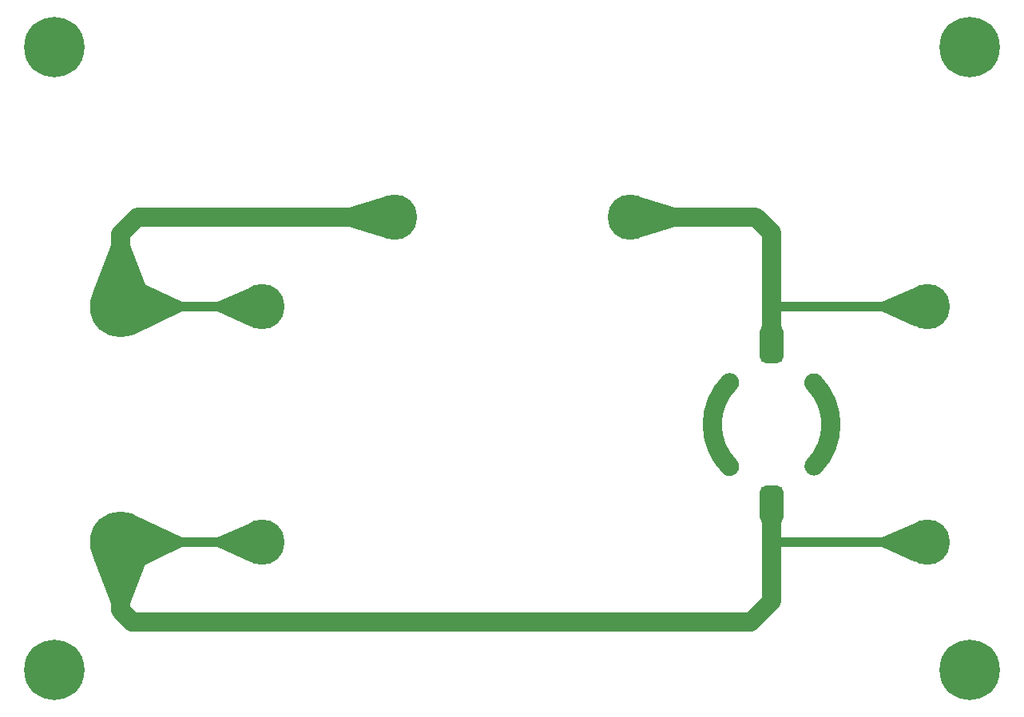
<source format=gbr>
%TF.GenerationSoftware,KiCad,Pcbnew,8.0.2*%
%TF.CreationDate,2024-06-17T23:35:22+07:00*%
%TF.ProjectId,Lamp_Circuit,4c616d70-5f43-4697-9263-7569742e6b69,rev?*%
%TF.SameCoordinates,Original*%
%TF.FileFunction,Copper,L2,Bot*%
%TF.FilePolarity,Positive*%
%FSLAX46Y46*%
G04 Gerber Fmt 4.6, Leading zero omitted, Abs format (unit mm)*
G04 Created by KiCad (PCBNEW 8.0.2) date 2024-06-17 23:35:22*
%MOMM*%
%LPD*%
G01*
G04 APERTURE LIST*
G04 Aperture macros list*
%AMRoundRect*
0 Rectangle with rounded corners*
0 $1 Rounding radius*
0 $2 $3 $4 $5 $6 $7 $8 $9 X,Y pos of 4 corners*
0 Add a 4 corners polygon primitive as box body*
4,1,4,$2,$3,$4,$5,$6,$7,$8,$9,$2,$3,0*
0 Add four circle primitives for the rounded corners*
1,1,$1+$1,$2,$3*
1,1,$1+$1,$4,$5*
1,1,$1+$1,$6,$7*
1,1,$1+$1,$8,$9*
0 Add four rect primitives between the rounded corners*
20,1,$1+$1,$2,$3,$4,$5,0*
20,1,$1+$1,$4,$5,$6,$7,0*
20,1,$1+$1,$6,$7,$8,$9,0*
20,1,$1+$1,$8,$9,$2,$3,0*%
G04 Aperture macros list end*
%TA.AperFunction,EtchedComponent*%
%ADD10C,2.000000*%
%TD*%
%TA.AperFunction,ComponentPad*%
%ADD11C,6.400000*%
%TD*%
%TA.AperFunction,SMDPad,CuDef*%
%ADD12RoundRect,0.625000X0.625000X1.375000X-0.625000X1.375000X-0.625000X-1.375000X0.625000X-1.375000X0*%
%TD*%
%TA.AperFunction,ComponentPad*%
%ADD13C,4.800000*%
%TD*%
%TA.AperFunction,ComponentPad*%
%ADD14C,6.500000*%
%TD*%
%TA.AperFunction,Conductor*%
%ADD15C,2.000000*%
%TD*%
%TA.AperFunction,Conductor*%
%ADD16C,1.000000*%
%TD*%
G04 APERTURE END LIST*
D10*
%TO.C,LA1*%
X175550001Y-98449999D02*
G75*
G02*
X175550001Y-89550001I4449995J4449999D01*
G01*
X184475637Y-89575221D02*
G75*
G02*
X184500000Y-98400000I-4475639J-4424779D01*
G01*
%TD*%
D11*
%TO.P,H2,1*%
%TO.N,N/C*%
X201000000Y-54000000D03*
%TD*%
%TO.P,H3,1*%
%TO.N,N/C*%
X104000000Y-120000000D03*
%TD*%
%TO.P,H1,1*%
%TO.N,N/C*%
X201000000Y-120000000D03*
%TD*%
D12*
%TO.P,LA1,1,-*%
%TO.N,Net-(LA1--)*%
X180000000Y-102500000D03*
%TO.P,LA1,2,+*%
%TO.N,Net-(A1--)*%
X180000000Y-85500000D03*
%TD*%
D13*
%TO.P,MES1,1,-*%
%TO.N,Net-(LA1--)*%
X126000000Y-106500000D03*
%TO.P,MES1,2,+*%
%TO.N,Net-(A1-+)*%
X126000000Y-81500000D03*
%TD*%
%TO.P,MES2,1,-*%
%TO.N,Net-(LA1--)*%
X196475000Y-106500000D03*
%TO.P,MES2,2,+*%
%TO.N,Net-(A1--)*%
X196475000Y-81500000D03*
%TD*%
%TO.P,A1,1,-*%
%TO.N,Net-(A1--)*%
X165000000Y-72000000D03*
%TO.P,A1,2,+*%
%TO.N,Net-(A1-+)*%
X140000000Y-72000000D03*
%TD*%
D14*
%TO.P,V1,1*%
%TO.N,Net-(A1-+)*%
X111000000Y-81500000D03*
%TO.P,V1,2*%
%TO.N,Net-(LA1--)*%
X111000000Y-106500000D03*
%TD*%
D11*
%TO.P,H4,1*%
%TO.N,N/C*%
X104000000Y-54000000D03*
%TD*%
D15*
%TO.N,Net-(A1-+)*%
X111000000Y-81500000D02*
X111000000Y-73750000D01*
X111000000Y-73750000D02*
X112750000Y-72000000D01*
X112750000Y-72000000D02*
X140000000Y-72000000D01*
D16*
X126000000Y-81500000D02*
X111000000Y-81500000D01*
D15*
%TO.N,Net-(A1--)*%
X165000000Y-72000000D02*
X178350000Y-72000000D01*
X180000000Y-81575000D02*
X180000000Y-85500000D01*
X180000000Y-73650000D02*
X180000000Y-81575000D01*
D16*
X180075000Y-81500000D02*
X180000000Y-81575000D01*
D15*
X178350000Y-72000000D02*
X180000000Y-73650000D01*
D16*
X196475000Y-81500000D02*
X180075000Y-81500000D01*
D15*
%TO.N,Net-(LA1--)*%
X180000000Y-112775000D02*
X177800000Y-114975000D01*
X177800000Y-114975000D02*
X112225000Y-114975000D01*
X112225000Y-114925000D02*
X111000000Y-113700000D01*
D16*
X196475000Y-106500000D02*
X180050000Y-106500000D01*
X180050000Y-106500000D02*
X180000000Y-106550000D01*
D15*
X180000000Y-102500000D02*
X180000000Y-106550000D01*
D16*
X126000000Y-106500000D02*
X111000000Y-106500000D01*
D15*
X180000000Y-106550000D02*
X180000000Y-112775000D01*
X111000000Y-113700000D02*
X111000000Y-106500000D01*
%TD*%
%TA.AperFunction,Conductor*%
%TO.N,Net-(A1-+)*%
G36*
X112420638Y-78576867D02*
G01*
X117493339Y-80996822D01*
X117499329Y-81003476D01*
X117500000Y-81007381D01*
X117500000Y-81992618D01*
X117496573Y-82000891D01*
X117493338Y-82003178D01*
X112420640Y-84423131D01*
X112411697Y-84423600D01*
X112405062Y-84417650D01*
X111001446Y-81505077D01*
X111000942Y-81496139D01*
X111001442Y-81494930D01*
X112405063Y-78582347D01*
X112411741Y-78576383D01*
X112420638Y-78576867D01*
G37*
%TD.AperFunction*%
%TD*%
%TA.AperFunction,Conductor*%
%TO.N,Net-(A1-+)*%
G36*
X112000194Y-75003427D02*
G01*
X112002862Y-75007555D01*
X113924349Y-80079848D01*
X113924075Y-80088799D01*
X113918487Y-80094533D01*
X111005079Y-81498552D01*
X110996139Y-81499057D01*
X110994921Y-81498552D01*
X108081512Y-80094533D01*
X108075546Y-80087854D01*
X108075649Y-80079849D01*
X109997138Y-75007554D01*
X110003273Y-75001033D01*
X110008079Y-75000000D01*
X111991921Y-75000000D01*
X112000194Y-75003427D01*
G37*
%TD.AperFunction*%
%TD*%
%TA.AperFunction,Conductor*%
%TO.N,Net-(A1--)*%
G36*
X165632790Y-69685445D02*
G01*
X169791821Y-70997419D01*
X169798679Y-71003176D01*
X169800000Y-71008577D01*
X169800000Y-72991422D01*
X169796573Y-72999695D01*
X169791820Y-73002580D01*
X165632818Y-74314546D01*
X165623897Y-74313767D01*
X165618140Y-74306908D01*
X165618008Y-74306457D01*
X164999813Y-72003029D01*
X164999813Y-71996970D01*
X165617999Y-69693575D01*
X165623452Y-69686476D01*
X165632331Y-69685311D01*
X165632790Y-69685445D01*
G37*
%TD.AperFunction*%
%TD*%
%TA.AperFunction,Conductor*%
%TO.N,Net-(LA1--)*%
G36*
X124805238Y-104430604D02*
G01*
X125997617Y-106494146D01*
X125998789Y-106503024D01*
X125997617Y-106505854D01*
X124805238Y-108569395D01*
X124798132Y-108574843D01*
X124790410Y-108574256D01*
X121207002Y-107003070D01*
X121200801Y-106996610D01*
X121200000Y-106992355D01*
X121200000Y-106007644D01*
X121203427Y-105999371D01*
X121206998Y-105996931D01*
X124790412Y-104425742D01*
X124799363Y-104425559D01*
X124805238Y-104430604D01*
G37*
%TD.AperFunction*%
%TD*%
%TA.AperFunction,Conductor*%
%TO.N,Net-(A1-+)*%
G36*
X124805238Y-79430604D02*
G01*
X125997617Y-81494146D01*
X125998789Y-81503024D01*
X125997617Y-81505854D01*
X124805238Y-83569395D01*
X124798132Y-83574843D01*
X124790410Y-83574256D01*
X121207002Y-82003070D01*
X121200801Y-81996610D01*
X121200000Y-81992355D01*
X121200000Y-81007644D01*
X121203427Y-80999371D01*
X121206998Y-80996931D01*
X124790412Y-79425742D01*
X124799363Y-79425559D01*
X124805238Y-79430604D01*
G37*
%TD.AperFunction*%
%TD*%
%TA.AperFunction,Conductor*%
%TO.N,Net-(LA1--)*%
G36*
X195280238Y-104430604D02*
G01*
X196472617Y-106494146D01*
X196473789Y-106503024D01*
X196472617Y-106505854D01*
X195280238Y-108569395D01*
X195273132Y-108574843D01*
X195265410Y-108574256D01*
X191682002Y-107003070D01*
X191675801Y-106996610D01*
X191675000Y-106992355D01*
X191675000Y-106007644D01*
X191678427Y-105999371D01*
X191681998Y-105996931D01*
X195265412Y-104425742D01*
X195274363Y-104425559D01*
X195280238Y-104430604D01*
G37*
%TD.AperFunction*%
%TD*%
%TA.AperFunction,Conductor*%
%TO.N,Net-(LA1--)*%
G36*
X112420638Y-103576867D02*
G01*
X117493339Y-105996822D01*
X117499329Y-106003476D01*
X117500000Y-106007381D01*
X117500000Y-106992618D01*
X117496573Y-107000891D01*
X117493338Y-107003178D01*
X112420640Y-109423131D01*
X112411697Y-109423600D01*
X112405062Y-109417650D01*
X111001446Y-106505077D01*
X111000942Y-106496139D01*
X111001442Y-106494930D01*
X112405063Y-103582347D01*
X112411741Y-103576383D01*
X112420638Y-103576867D01*
G37*
%TD.AperFunction*%
%TD*%
%TA.AperFunction,Conductor*%
%TO.N,Net-(A1--)*%
G36*
X195280238Y-79430604D02*
G01*
X196472617Y-81494146D01*
X196473789Y-81503024D01*
X196472617Y-81505854D01*
X195280238Y-83569395D01*
X195273132Y-83574843D01*
X195265410Y-83574256D01*
X191682002Y-82003070D01*
X191675801Y-81996610D01*
X191675000Y-81992355D01*
X191675000Y-81007644D01*
X191678427Y-80999371D01*
X191681998Y-80996931D01*
X195265412Y-79425742D01*
X195274363Y-79425559D01*
X195280238Y-79430604D01*
G37*
%TD.AperFunction*%
%TD*%
%TA.AperFunction,Conductor*%
%TO.N,Net-(LA1--)*%
G36*
X111005069Y-106501442D02*
G01*
X113058559Y-107491052D01*
X113918487Y-107905466D01*
X113924453Y-107912145D01*
X113924349Y-107920151D01*
X112002862Y-112992445D01*
X111996727Y-112998967D01*
X111991921Y-113000000D01*
X110008079Y-113000000D01*
X109999806Y-112996573D01*
X109997138Y-112992445D01*
X108075650Y-107920151D01*
X108075924Y-107911200D01*
X108081512Y-107905466D01*
X110994922Y-106501446D01*
X111003861Y-106500942D01*
X111005069Y-106501442D01*
G37*
%TD.AperFunction*%
%TD*%
%TA.AperFunction,Conductor*%
%TO.N,Net-(A1-+)*%
G36*
X139376102Y-69686232D02*
G01*
X139381859Y-69693091D01*
X139382001Y-69693578D01*
X140000186Y-71996967D01*
X140000186Y-72003033D01*
X139382001Y-74306421D01*
X139376547Y-74313523D01*
X139367668Y-74314688D01*
X139367181Y-74314546D01*
X135208180Y-73002580D01*
X135201321Y-72996823D01*
X135200000Y-72991422D01*
X135200000Y-71008577D01*
X135203427Y-71000304D01*
X135208177Y-70997420D01*
X139367183Y-69685453D01*
X139376102Y-69686232D01*
G37*
%TD.AperFunction*%
%TD*%
M02*

</source>
